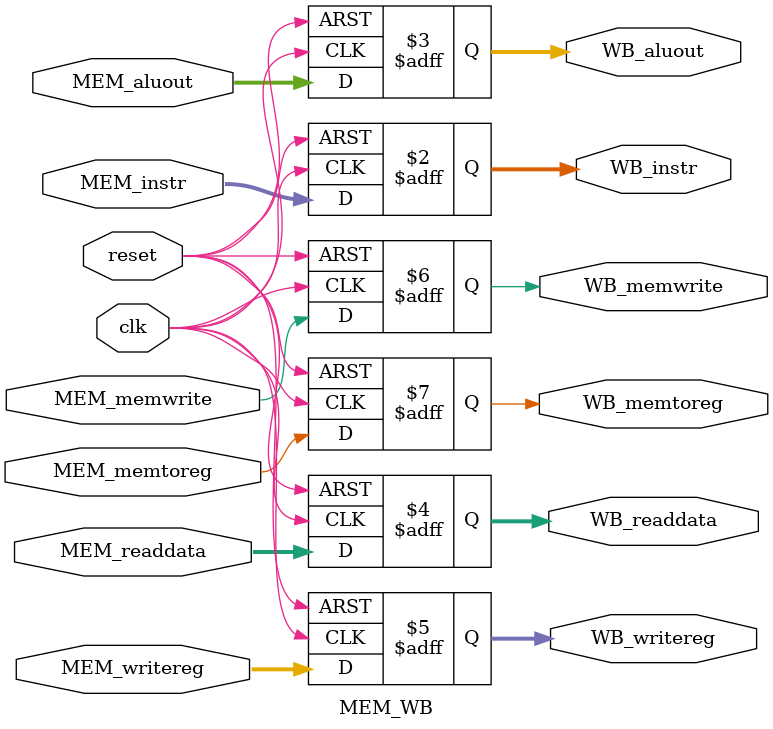
<source format=sv>
module datapath (
    input clk, reset,
    input memtoreg, pcsrc,
    input alusrc, regdst,
    input regwrite, jump,
    input [2:0] alucontrol,
    output zero,
    output [31:0] pc,
    input [31:0] instr,
    output [31:0] aluout, writedata,
    input [31:0] readdata,
    input branch, memwrite		 
);

    logic [4:0] writereg;
    logic [31:0] pcnext, pcnextbr, pcplus4, pcbranch;
    logic [31:0] signimm, signimmsh;
    logic [31:0] srca, srcb;
    logic [31:0] result;


   
//   logic 	 branch, memwrite;
   logic 	 memwrite;
   

//fetch signals
   //data signals
   logic [31:0]  IF_pc4, IF_instr;
   assign IF_instr = instr;
   assign IF_pc4 = pcplus4;
   
   //control signals

//decode signals
   //data signals
   logic [31:0]  ID_instr, ID_srca, ID_srcb, ID_signimm, ID_pc4;
   logic [4:0] 	 ID_rte, ID_rde;
   assign ID_rte = ID_instr[20:16];
   assign ID_rde = ID_instr[15:11];
   
   //control signals
   logic 	 ID_memwrite, ID_memtoreg, ID_regwrite, ID_branch, ID_alucontrol, ID_alusrc, ID_regdst;

   assign ID_memwrite = memwrite;
   assign ID_memtoreg = memtoreg;
   assign ID_regwrite = regwrite;
   assign ID_branch = branch;
   assign ID_alucontrol = alucontrol;
   assign ID_alusrc = alusrc;
   assign ID_regdst = regdst;
   
   
//execute signals
   //data signals
   logic [31:0]  EX_instr, EX_srca, EX_srcb_premux, EX_srcb, EX_pc4, EX_signimm, EX_signimmsh, EX_pcbranch, EX_aluout, EX_writedata;
   logic [4:0] 	 EX_rte, EX_rde, EX_writereg;
   logic 	 EX_zero;
   
   //control signals
   logic 	 EX_memwrite, EX_memtoreg, EX_regwrite, EX_branch, EX_alucontrol, EX_alusrc, EX_regdst;


   
//memory signals
   //data signals
   logic [31:0]  MEM_instr, MEM_aluout, MEM_writedata, MEM_pcbranch, MEM_readdata;
   logic [4:0] 	 MEM_writereg;
   logic MEM_zero;
   

   //control signals
   logic 	 MEM_memwrite, MEM_memtoreg, MEM_regwrite, MEM_branch, MEM_pcsrc;

  
   
//wb signals
   //data signals
   logic [31:0]  WB_instr, WB_aluout, WB_readdata, WB_result;
   logic [4:0] 	 WB_writereg;

   //control signals
   logic 	 WB_memwrite, WB_memtoreg;
   

   
   IF_ID ifid(clk, reset, IF_instr, IF_pc4, ID_instr, ID_pc4);
   ID_EX idex(clk, reset, ID_instr, ID_srca, ID_srcb, ID_signimm, ID_pc4, ID_rte, ID_rde, ID_memwrite, ID_memtoreg, ID_regwrite,
	      ID_branch, ID_alucontrol, ID_alusrc, ID_regdst, EX_instr, EX_srca, EX_srcb_premux, EX_signimm, EX_pc4, EX_rte, EX_rde,
	      EX_memwrite, EX_memtoreg, EX_regwrite, EX_branch, EX_alucontrol, EX_alusrc, EX_regdst);
   EX_MEM exmem(clk, reset, EX_instr, EX_aluout, EX_writedata, EX_pcbranch, EX_writereg, EX_zero, EX_memwrite, EX_memtoreg, EX_regwrite,
		EX_branch, MEM_instr, MEM_aluout, MEM_writedata, MEM_pcbranch, MEM_writereg, MEM_zero, MEM_memwrite, MEM_memtoreg,
		MEM_regwrite, MEM_branch);
   MEM_WB memwb(clk, reset, MEM_instr, MEM_aluout, MEM_readdata, MEM_writereg, MEM_memwrite, MEM_memtoreg, WB_instr, WB_aluout, 
		WB_readdata, WB_writereg, WB_memwrite, WB_memtoreg);
   






   

   logic [31:0]  cnt;    //count, either the PC counter or Cycle counter
   logic [31:0]  wb_dat; //used to take destination registers current value and feed into ALU
    //performance monitor
    perfmon pf(clk, reset, instr[25], pc, cnt); //use nonopcode MSB  as the flag for it, and count it as an ALUop
   
    // next PC logic
    flopr #(32) pcreg(clk, reset, pcnext, pc);
    adder pcadd1 (pc, 32'b100, pcplus4);
    sl2 immsh(signimm, signimmsh);
    adder pcadd2(pcplus4, signimmsh, pcbranch);
    mux2 #(32) pcbrmux(pcplus4, pcbranch, pcsrc, pcnextbr);
    mux2 #(32) pcmux(pcnextbr, {pcplus4[31:28], instr[25:0], 2'b00}, jump, pcnext);

    // logicister file logic
                                     //rs            //rt      //rd add rd dat                  //muladd
    logicfile rf(clk, regwrite, instr[25:21], instr[20:16], writereg, result, srca, writedata, wb_dat);
    mux2 #(5) wrmux(instr[20:16], instr[15:11], regdst, writereg);
    mux2 #(32) resmux(aluout, readdata, memtoreg, result);
    signext se(instr[15:0], signimm);
    
    // ALU logic
    mux2 #(32) srcbmux(writedata, signimm, alusrc, srcb);
                                                  //pf //muladd
    alu alu(srca, srcb, alucontrol, aluout, zero, cnt, wb_dat);
endmodule


//////////////////////////////////////////////////////////////////////
// logicister File Module
//////////////////////////////////////////////////////////////////////
module logicfile (
    input clk,
    input we3,
    input [4:0] ra1, ra2, wa3,
    input [31:0] wd3,
    output [31:0] rd1, rd2,
    output [31:0] wd3_out //muladd
);
    
    logic [31:0] rf[31:0];
    // three ported logicister file
    // read two ports combinationally
    // write third port on rising edge of clock
    // logicister 0 hardwired to 0
    always @ (posedge clk)
        if (we3) rf[wa3] <= wd3;

    assign rd1 = (ra1 != 0) ? rf[ra1] : 0;
    assign rd2 = (ra2 != 0) ? rf[ra2] : 0;
    assign wd3_out = rf[wa3]; //muladd
endmodule

//////////////////////////////////////////////////////////////////////
// ALU Module
////////////////////////////////////////////////////////////////////// 
module alu(
    input [31:0] 	a, // First operand
    input [31:0] 	b, // Second operand
    input [2:0] 	control, // ALU control signal
    output logic [31:0] result, // ALU result
    output 		zero, // Zero flag
    input [31:0] 	cnt, //performance monitor count
    input [31:0]        wb_result //takes the results value and brings it back in 	
);

    // Define ALU operations based on control signal
    localparam ALU_AND = 3'b000; 
    localparam ALU_OR  = 3'b001; 
    localparam ALU_ADD = 3'b010; 
    localparam ALU_PERF= 3'b011;
    localparam ALU_MADD= 3'b100;
    localparam ALU_SUB = 3'b110; 
    localparam ALU_SLT = 3'b111; 
    
    // Calculate result based on control input
    always @(*) begin
        case(control)
            ALU_AND: result = a & b;                     // AND
            ALU_OR:  result = a | b;                     // OR
            ALU_ADD: result = a + b;                     // ADD
            ALU_SUB: result = a - b;                     // SUB
            ALU_SLT: result = ($signed(a) < $signed(b)); // Set Less Than (signed)
	    ALU_PERF:result = cnt;                       // Return Performance Count
	    ALU_MADD:result = (a*b)+wb_result;           // MULADD result = a*b+result
            default: result = 32'bx;                     // Undefined operation
        endcase
    end
    
    // Set zero flag when result is 0
    assign zero = (result == 32'b0);
    
endmodule


//////////////////////////////////////////////////////////////////////
// Adder Module
//////////////////////////////////////////////////////////////////////
module adder (
    input [31:0] a, b,
    output [31:0] y
);
    assign y = a + b;
endmodule


//////////////////////////////////////////////////////////////////////
// 2-to-1 Multiplexer Module
//////////////////////////////////////////////////////////////////////
module mux2 # (parameter WIDTH = 8) (
    input [WIDTH-1:0] d0, d1,
    input s,
    output [WIDTH-1:0] y
);
    assign y = s ? d1 : d0;
endmodule


//////////////////////////////////////////////////////////////////////
// Shift Left by 2 Module
//////////////////////////////////////////////////////////////////////
module sl2 (
    input [31:0] a,
    output [31:0] y
);
    // shift left by 2
    assign y = {a[29:0], 2'b00};
endmodule


//////////////////////////////////////////////////////////////////////
// Sign Extension Module
//////////////////////////////////////////////////////////////////////
module signext (
    input [15:0] a,
    output [31:0] y
);
    assign y = {{16{a[15]}}, a};
endmodule


//////////////////////////////////////////////////////////////////////
// Flop logicister Module
//////////////////////////////////////////////////////////////////////
module flopr # (parameter WIDTH = 8)(
    input clk, reset,
    input [WIDTH-1:0] d,
    output logic [WIDTH-1:0] q
);
    always @ (posedge clk, posedge reset)
        if (reset) q <= 0;
        else q <= d;
endmodule


//permon module
module perfmon(
   input clk, reset, cyc0_instr1,
   input [31:0] pc,
   output logic [31:0] cnt
);
   logic [31:0]  pc_cnt, cyc_cnt;
   logic [31:0]  last_pc; 
   always_ff @(posedge clk or posedge reset) begin
      if (reset) begin
	 last_pc <= '0;
	 pc_cnt <= '0;
	 cyc_cnt <= '0;
      end
      else begin
	 cyc_cnt <= cyc_cnt + 1;  //inc cycle cnt every clk posedge
	 if (pc != last_pc) begin //check make sure not double counting same PC
	    pc_cnt <= pc_cnt + 1; //inc PC
	 end
	 last_pc <= pc; //update last pc
      end
   end

   //swap output btwn counters
   always_comb begin
      if (~cyc0_instr1)
	cnt = cyc_cnt;
      else
	cnt = pc_cnt;
   end
   
endmodule // perfmon











//pipelines


module IF_ID(
     input clk, reset,
     input [31:0] IF_instr, IF_pc4,
     output logic [31:0] ID_instr, ID_pc4
     );
   
   always_ff @(posedge clk or posedge reset) begin
   if(reset) begin
      ID_instr <= '0;
      ID_pc4 <= '0;
   end
   else begin
      ID_instr <= IF_instr;
      ID_pc4 <= IF_pc4;
   end
   end
   
endmodule
 
  
module ID_EX(
     input 		 clk, reset,
     input [31:0] 	 ID_instr, ID_srca, ID_srcb, ID_signimm, ID_pc4,
     input [4:0] 	 ID_rte, ID_rde,
     input 		 ID_memwrite, ID_memtoreg, ID_regwrite, ID_branch, ID_alucontrol, ID_alusrc, ID_regdst,
     output logic [31:0] EX_instr, EX_srca, EX_srcb_premux, EX_signimm, EX_pc4,
     output logic [4:0]  EX_rte, EX_rde,
     output logic 	 EX_memwrite, EX_memtoreg, EX_regwrite, EX_branch, EX_alucontrol, EX_alusrc, EX_regdst
     );
   
   always_ff @(posedge clk or posedge reset) begin
   if(reset) begin
      EX_instr <= '0;
      EX_srca <= '0;
      EX_srcb_premux <= '0;
      EX_signimm <= '0;
      EX_pc4 <= '0;
      EX_rte <= '0;
      EX_rde <= '0;
      EX_memwrite <= '0;
      EX_memtoreg <= '0;
      EX_regwrite <= '0;
      EX_branch <= '0;
      EX_alucontrol <= '0;
      EX_alusrc <= '0;
      EX_regdst <= '0;
   end
   else begin
      EX_instr <= ID_instr;
      EX_srca <= ID_srca;
      EX_srcb_premux <= ID_srcb;
      EX_signimm <= ID_signimm;
      EX_pc4 <= ID_pc4;
      EX_rte <= ID_rte;
      EX_rde <= ID_rde;
      EX_memwrite <= ID_memwrite;
      EX_memtoreg <= ID_memtoreg;
      EX_regwrite <= ID_regwrite;
      EX_branch <= ID_branch;
      EX_alucontrol <= ID_alucontrol;
      EX_alusrc <= ID_alusrc;
      EX_regdst <= ID_regdst;      
   end // else: !if(reset)
   end

endmodule

module EX_MEM(
     input 		 clk, reset,
     input [31:0] 	 EX_instr, EX_aluout, EX_writedata, EX_pcbranch,
     input [4:0] 	 EX_writereg,
     input 		 EX_zero,
     input 		 EX_memwrite, EX_memtoreg, EX_regwrite, EX_branch,
     output logic [31:0] MEM_instr, MEM_aluout, MEM_writedata, MEM_pcbranch,
     output logic [4:0]  MEM_writereg,
     output logic 	 MEM_zero,
     output logic 	 MEM_memwrite, MEM_memtoreg, MEM_regwrite, MEM_branch
     );
   
   always_ff @(posedge clk or posedge reset) begin
   if(reset) begin
      MEM_instr <= '0;
      MEM_aluout <= '0;
      MEM_writedata <= '0;
      MEM_pcbranch <= '0;
      MEM_writereg <= '0;
      MEM_zero <= '0;
      MEM_memwrite <= '0;
      MEM_memtoreg <= '0;
      MEM_regwrite <= '0;
      MEM_branch <= '0;
   end
   else begin
      MEM_instr <= EX_instr;
      MEM_aluout <= EX_aluout;
      MEM_writedata <= EX_writedata;
      MEM_pcbranch <= EX_pcbranch;
      MEM_writereg <= EX_writereg;
      MEM_zero <= EX_zero;
      MEM_memwrite <= EX_memwrite;
      MEM_memtoreg <= EX_memtoreg;
      MEM_regwrite <= EX_regwrite;
      MEM_branch <= EX_branch;
   end // else: !if(reset)
   end
      
endmodule

module MEM_WB(
     input 		 clk, reset,
     input [31:0] 	 MEM_instr, MEM_aluout, MEM_readdata,
     input [4:0] 	 MEM_writereg,
     input 		 MEM_memwrite, MEM_memtoreg,
     output logic [31:0] WB_instr, WB_aluout, WB_readdata,
     output logic [4:0]  WB_writereg,
     output logic 	 WB_memwrite, WB_memtoreg
     );
   
   always_ff @(posedge clk or posedge reset) begin
   if(reset) begin
      WB_instr <= '0;
      WB_aluout <= '0;
      WB_readdata <= '0;
      WB_writereg <= '0;
      WB_memwrite <= '0;
      WB_memtoreg <= '0;      
   end
   else begin
      WB_instr <= MEM_instr;
      WB_aluout <= MEM_aluout;
      WB_readdata <= MEM_readdata;
      WB_writereg <= MEM_writereg;
      WB_memwrite <= MEM_memwrite;
      WB_memtoreg <= MEM_memtoreg;            
   end // else: !if(reset)
   end
      
endmodule

</source>
